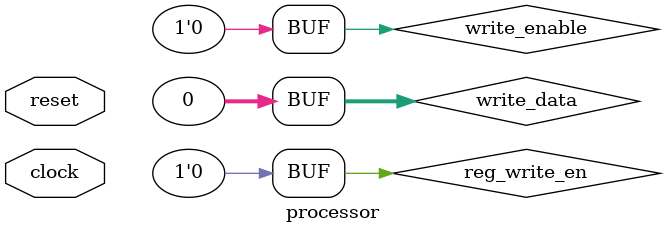
<source format=sv>
`default_nettype none

module processor #(
    parameter MEM_INIT = "memory.mem"
) (
    input logic clock,
    input logic reset
);
    // Machine States
    typedef enum { 
        HALT,
        INIT,
        FETCH,
        DECODE,
        EXECUTE,
        MEMORY,
        WRITE_BACK
    } state_t;

    // Current and next states
    state_t state, next_state;

    // Program counter
    logic [31:0] PC, next_PC;

    // Memory register
    logic write_enable = 0;
    logic read_enable = 0;
    logic [31:0] write_data = 0;

    // Instruction
    logic [31:0] instr;

    // Instruction type outputs
    logic isALUreg, isALUimm, isLoad, isStore, isLUI, isAUIPC, isJAL;
    logic isJALR, isSYSTEM, isBranch;

    // Register addresses
    logic [4:0] rd, rs1, rs2; 

    // Function codes
    logic [2:0] funct3;
    logic [6:0] funct7;

    // Immediates
    logic [31:0] Iimm, Simm, Bimm, Uimm, Jimm;

    // Register File Data
    logic [31:0] rs1_data, rs2_data;
    logic reg_write_en;
    logic [31:0] reg_write_data;

    // ALU output
    logic [31:0] aluOut;

    // Bram memory
    bram_sdp #(
        .WIDTH(32), 
        .DEPTH(128),
        .INIT(MEM_INIT)
    ) bram_inst (
        .clock_write(clock),
        .clock_read(clock),
        .write_enable(write_enable),
        .read_enable(read_enable),
        .addr_write(PC[8:2]),       // since the depth = 128
        .addr_read(PC[8:2]),
        .data_in(write_data),
        .data_out(instr)
    );

    // Decoder 
    decoder decoder_isnt (
        .instr,
        .isALUreg,
        .isALUimm,
        .isLoad,
        .isStore,
        .isLUI,
        .isAUIPC,
        .isJAL,
        .isJALR,
        .isSYSTEM,
        .isBranch,
        .rd,
        .rs1,
        .rs2,
        .funct3,
        .funct7,
        .Iimm,
        .Simm,
        .Bimm,
        .Uimm,
        .Jimm
    );

    // Register File
    register_file #(
        .WIDTH(32),
        .DEPTH(32)
    ) register_file_inst (
        .clock(clock),
        .reset(reset),
        .rs1_addr(rs1),
        .rs1_data(rs1_data),
        .rs2_addr(rs2),
        .rs2_data(rs2_data),
        .write_en(reg_write_en),
        .write_data(reg_write_data),
        .rd_addr(rd)
    );

    // ALU instantiation
    alu #(
        .WIDTH(32)
    ) alu_inst (
        .rs1_data,
        .rs2_data,
        .Iimm,
        .funct3,
        .funct7,
        .isALUreg,
        .aluOut
    );

    // Start on reset; otherwise, change states
    always_ff @(posedge clock) begin
        if (reset) begin
            state <= INIT;
            PC <= 32'b0;
        end
        else begin
            state <= next_state;
            PC <= next_PC;
        end
    end

    // Finite State Machine
    always_comb begin
        next_PC = PC;
        next_state = state;

        // Memory
        read_enable = 0;
        write_enable = 0;
        write_data = 32'b0;

        // Register File
        reg_write_en = 0;
        reg_write_data = 32'b0;

        case(state)
            HALT : begin
                next_state = HALT;
            end
            INIT : begin
                next_state = FETCH;
            end
            FETCH : begin
                read_enable = 1;
                next_state = DECODE;
            end
            DECODE : begin
                next_state = EXECUTE;
            end
            EXECUTE : begin
                logic takeBranch;

                // Implement Branches
                case(funct3)
                    3'b000 : takeBranch = (rs1_data == rs2_data); // BEQ
                    3'b001 : takeBranch = (rs1_data != rs2_data); // BNE
                    3'b100 : takeBranch = ($signed(rs1_data) < $signed(rs2_data)); // BLT
                    3'b101 : takeBranch = ($signed(rs1_data) >= $signed(rs2_data)); // BGE
                    3'b110 : takeBranch = (rs1_data < rs2_data); // BLTU
                    3'b111 : takeBranch = (rs1_data >= rs2_data); // BGEU
                    default: takeBranch = 1'b0;
                endcase

                // Reconfigure nextPC based on the instruction
                if (isJAL) begin
                    next_PC = PC + Jimm;
                end else if (isJALR) begin
                    next_PC = rs1_data + Iimm;
                end else if (takeBranch & isBranch) begin
                    next_PC = PC + Bimm;
                end else begin
                    next_PC = PC + 4;
                end

                // Write-back value: PC + 4 for JAL and JALR instructions, aluOut for the rest
                if (isJAL || isJALR) begin
                    reg_write_data = PC + 4;
                end else begin
                    reg_write_data = aluOut;
                end

                next_state = WRITE_BACK;

                // Print OPCODES for the sake of simulation
                case (1'b1)
                    isALUreg : $display("PC=%d ALUreg", PC);
                    isALUimm: $display("PC=%d ALUimm", PC);
                    isBranch : $display("PC=%d BRANCH", PC);
                    isJAL : $display("PC=%d JAL", PC);
                    isJALR : $display("PC=%d JALR", PC);
                    isAUIPC : $display("PC=%d AUIPC", PC);
                    isLUI : $display("PC=%d LUI", PC);
                    isLoad : $display("PC=%d LOAD", PC);
                    isStore : $display("PC=%d STORE", PC);
                    isSYSTEM : $display("PC=%d SYSTEM", PC);
                endcase
            end
            MEMORY : begin
                next_state = WRITE_BACK;
            end
            WRITE_BACK : begin
                next_state = FETCH;

                // For the sake of simulation, stop at the last instuction 
                if (PC == 'd292)
                    next_state = HALT;
            end
            default: next_state = HALT;
        endcase
    end
    
endmodule
</source>
